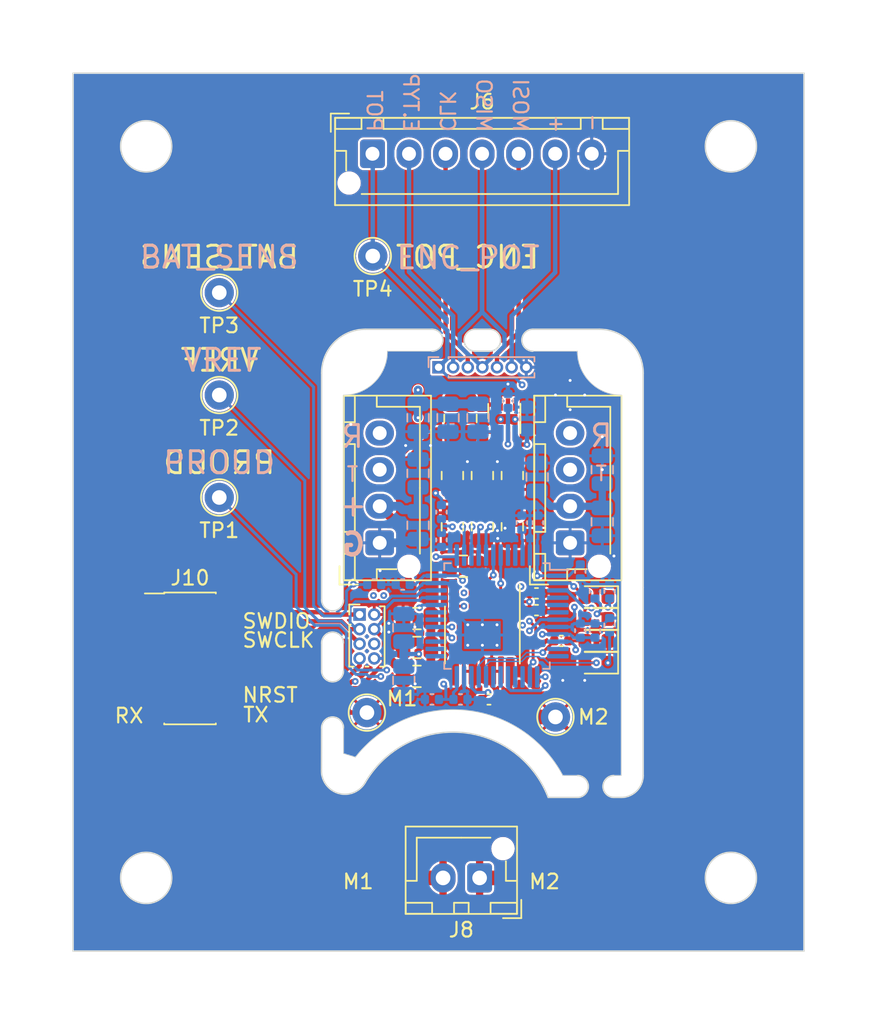
<source format=kicad_pcb>
(kicad_pcb (version 20221018) (generator pcbnew)
  (layers (0 "F.Cu" signal) (1 "In1.Cu" signal) (2 "In2.Cu" signal) (31 "B.Cu" signal) (34 "B.Paste" user) (35 "F.Paste" user) (36 "B.SilkS" user "B.Silkscreen") (37 "F.SilkS" user "F.Silkscreen") (38 "B.Mask" user) (39 "F.Mask" user) (44 "Edge.Cuts" user))
  (net 0 "")
  (net 1 "VDD")
  (net 2 "/CPU/MEŘENÍ-NAPÁJENÍ")
  (net 3 "GND")
  (net 4 "VCC")
  (net 5 "Net-(U1-VCC)")
  (net 6 "Net-(C11-Pad1)")
  (net 7 "Net-(C13-Pad1)")
  (net 8 "Net-(U1-LX)")
  (net 26 "/CPU/RX-1")
  (net 27 "/CPU/TX-1")
  (net 28 "/CPU/SWDIO")
  (net 29 "/CPU/SWCLK")
  (net 32 "Net-(J8-Pin_1)")
  (net 33 "Net-(J8-Pin_2)")
  (net 39 "Net-(D1-K)")
  (net 40 "Net-(D2-K)")
  (net 41 "Net-(D4-A)")
  (net 42 "/CPU/DRV.IN1")
  (net 43 "/CPU/DRV.IN2")
  (net 44 "/CPU/DRV.PROUD")
  (net 45 "/CPU/LED.R")
  (net 46 "/CPU/LED.G")
  (net 47 "/CPU/LED.B")
  (net 48 "/CPU/UART.TX")
  (net 49 "/CPU/UART.RX")
  (net 50 "/CPU/ENC.POT")
  (net 51 "/CPU/ENC.ENC-TYP-DET")
  (net 52 "/CPU/ENC.CLK")
  (net 53 "/CPU/ENC.MISO")
  (net 54 "/CPU/ENC.MOSI")
  (net 55 "/CPU/LED.Y")
  (net 56 "/CPU/DRV.VREF")
  (net 57 "/CPU/NRST")
  (net 58 "Net-(D3-K)")
  (footprint "Connector_PinHeader_1.00mm:PinHeader_2x04_P1.00mm_Vertical" (layer "F.Cu") (at 144.6 102)
    (fp_text reference "J9" hide)
    (fp_text value "Conn_01x08")
  )
  (footprint "Connector_Pin:Pin_D1.0mm_L10.0mm" (layer "F.Cu") (at 158 109)
    (fp_text reference "M2")
    (fp_text value "Conn_01x01")
  )
  (footprint "Capacitor_SMD:C_0805_2012Metric" (layer "F.Cu") (at 148.525 104.25 180)
    (fp_text reference "C23" hide)
    (fp_text value "2u2")
  )
  (footprint "Connector_Pin:Pin_D1.0mm_L10.0mm" (layer "F.Cu") (at 135 80)
    (fp_text reference "TP3")
    (fp_text value "Conn_01x01")
  )
  (footprint "Connector_Pin:Pin_D1.0mm_L10.0mm" (layer "F.Cu") (at 145.5 77.5)
    (fp_text reference "TP4")
    (fp_text value "Conn_01x01")
  )
  (footprint "LED_SMD:LED_0603_1608Metric" (layer "F.Cu") (at 160.8 100.8 180)
    (fp_text reference "D1" hide)
    (fp_text value "LED-R")
  )
  (footprint "Connector_Pin:Pin_D1.0mm_L10.0mm" (layer "F.Cu") (at 145.1 108.7)
    (fp_text reference "M1")
    (fp_text value "Conn_01x01")
  )
  (footprint "Capacitor_SMD:C_0805_2012Metric" (layer "F.Cu") (at 150.95 92.5 90)
    (fp_text reference "C14" hide)
    (fp_text value "2u2")
  )
  (footprint "Package_SO:SOIC-8-1EP_3.9x4.9mm_P1.27mm_EP2.62x3.51mm_ThermalVias" (layer "F.Cu") (at 153 103.4 -90)
    (fp_text reference "U3" hide)
    (fp_text value "DRV8251ADDAR")
  )
  (footprint "Connector_JST:JST_XH_B4B-XH-AM_1x04_P2.50mm_Vertical" (layer "F.Cu") (at 145.975 97.1 90)
    (fp_text reference "J2" hide)
    (fp_text value "Conn_01x04")
  )
  (footprint "Connector_PinHeader_1.27mm:PinHeader_2x07_P1.27mm_Vertical_SMD" (layer "F.Cu") (at 133 105)
    (fp_text reference "J10")
    (fp_text value "Conn_02x07_Odd_Even")
  )
  (footprint "Capacitor_SMD:C_0805_2012Metric" (layer "F.Cu") (at 151.7 98.7)
    (fp_text reference "C25" hide)
    (fp_text value "2u2")
  )
  (footprint "Capacitor_SMD:C_0805_2012Metric" (layer "F.Cu") (at 153 92.5 90)
    (fp_text reference "C16" hide)
    (fp_text value "2u2")
  )
  (footprint "Capacitor_SMD:C_0805_2012Metric" (layer "F.Cu") (at 148.525 102.275 180)
    (fp_text reference "C22" hide)
    (fp_text value "2u2")
  )
  (footprint "Capacitor_SMD:C_0402_1005Metric" (layer "F.Cu") (at 158.4 103.8)
    (fp_text reference "R6" hide)
    (fp_text value "1k")
  )
  (footprint "Capacitor_SMD:C_0805_2012Metric" (layer "F.Cu") (at 155.05 92.5 90)
    (fp_text reference "C17" hide)
    (fp_text value "2u2")
  )
  (footprint "Capacitor_SMD:C_0402_1005Metric" (layer "F.Cu") (at 156.7 100.55)
    (fp_text reference "R7" hide)
    (fp_text value "1k")
  )
  (footprint "Capacitor_SMD:C_0805_2012Metric" (layer "F.Cu") (at 150.95 96 -90)
    (fp_text reference "C18" hide)
    (fp_text value "2u2")
  )
  (footprint "Inductor_SMD:L_1008_2520Metric" (layer "F.Cu") (at 151.5 88.6 -90)
    (fp_text reference "L1" hide)
    (fp_text value "33u")
  )
  (footprint "Connector_JST:JST_XH_B4B-XH-AM_1x04_P2.50mm_Vertical" (layer "F.Cu") (at 159 97.1 90)
    (fp_text reference "J1" hide)
    (fp_text value "Conn_01x04" hide)
  )
  (footprint "Connector_Pin:Pin_D1.0mm_L10.0mm" (layer "F.Cu") (at 135 94)
    (fp_text reference "TP1")
    (fp_text value "Conn_01x01")
  )
  (footprint "LED_SMD:LED_0603_1608Metric" (layer "F.Cu") (at 160.8 103.8 180)
    (fp_text reference "D4" hide)
    (fp_text value "LED-Y" hide)
  )
  (footprint "Capacitor_SMD:C_0805_2012Metric" (layer "F.Cu") (at 148.525 106.225 180)
    (fp_text reference "C24" hide)
    (fp_text value "2u2")
  )
  (footprint "Package_DFN_QFN:DFN-8_2x2mm_P0.5mm" (layer "F.Cu") (at 154.5 88.6 90)
    (fp_text reference "U1" hide)
    (fp_text value "MAX15062A")
  )
  (footprint "Capacitor_SMD:C_0402_1005Metric" (layer "F.Cu") (at 156.7 101.7)
    (fp_text reference "C15" hide)
    (fp_text value "10n")
  )
  (footprint "LED_SMD:LED_0603_1608Metric" (layer "F.Cu") (at 160.8 102.3 180)
    (fp_text reference "D3" hide)
    (fp_text value "LED-B")
  )
  (footprint "LED_SMD:LED_0603_1608Metric" (layer "F.Cu") (at 160.8 105.3 180)
    (fp_text reference "D2" hide)
    (fp_text value "LED-G" hide)
  )
  (footprint "Capacitor_SMD:C_0402_1005Metric" (layer "F.Cu") (at 153.45 107.8)
    (fp_text reference "C11" hide)
    (fp_text value "2u2")
  )
  (footprint "Capacitor_SMD:C_0805_2012Metric" (layer "F.Cu") (at 155.05 96 -90)
    (fp_text reference "C20" hide)
    (fp_text value "2u2")
  )
  (footprint "Connector_Pin:Pin_D1.0mm_L10.0mm" (layer "F.Cu") (at 135 87)
    (fp_text reference "TP2")
    (fp_text value "Conn_01x01")
  )
  (footprint "Connector_JST:JST_XH_B2B-XH-AM_1x02_P2.50mm_Vertical" (layer "F.Cu") (at 152.81 120 180)
    (fp_text reference "J8")
    (fp_text value "Conn_01x02")
  )
  (footprint "Connector_JST:JST_XH_B7B-XH-AM_1x07_P2.50mm_Vertical" (layer "F.Cu") (at 145.48 70.51)
    (fp_text reference "J6")
    (fp_text value "Conn_01x07")
  )
  (footprint "Capacitor_SMD:C_0805_2012Metric" (layer "F.Cu") (at 153 96 -90)
    (fp_text reference "C19" hide)
    (fp_text value "2u2")
  )
  (footprint "Capacitor_SMD:C_0805_2012Metric" (layer "B.Cu") (at 156.75 92.6 90)
    (fp_text reference "C31" hide)
    (fp_text value "2u2")
  )
  (footprint "Capacitor_SMD:C_0402_1005Metric" (layer "B.Cu") (at 156.8 95.72 90)
    (fp_text reference "C9" hide)
    (fp_text value "100n")
  )
  (footprint "Capacitor_SMD:C_0805_2012Metric" (layer "B.Cu") (at 148.6 92.35 90)
    (fp_text reference "C29" hide)
    (fp_text value "2u2")
  )
  (footprint "Capacitor_SMD:C_0402_1005Metric" (layer "B.Cu") (at 151.5 107.8)
    (fp_text reference "C8" hide)
    (fp_text value "100n")
  )
  (footprint "Capacitor_SMD:C_0402_1005Metric" (layer "B.Cu") (at 150.2 96.9 90)
    (fp_text reference "R2" hide)
    (fp_text value "10k" hide)
  )
  (footprint "Capacitor_SMD:C_0805_2012Metric" (layer "B.Cu") (at 148.6 88.55 -90)
    (fp_text reference "C30" hide)
    (fp_text value "2u2")
  )
  (footprint "Capacitor_SMD:C_0402_1005Metric" (layer "B.Cu") (at 149.55 107.8 180)
    (fp_text reference "C5" hide)
    (fp_text value "4u7")
  )
  (footprint "Capacitor_SMD:C_0603_1608Metric" (layer "B.Cu") (at 156.05 88.6 90)
    (fp_text reference "C4" hide)
    (fp_text value "10u")
  )
  (footprint "Capacitor_SMD:C_0402_1005Metric" (layer "B.Cu") (at 160.7 103.1 90)
    (fp_text reference "C12" hide)
    (fp_text value "1u")
  )
  (footprint "Capacitor_SMD:C_0805_2012Metric" (layer "B.Cu") (at 161.2 92.1 90)
    (fp_text reference "C32" hide)
    (fp_text value "2u2")
  )
  (footprint "Package_QFP:LQFP-48_7x7mm_P0.5mm" (layer "B.Cu") (at 154 102.1 180)
    (fp_text reference "U2" hide)
    (fp_text value "STM32H503CBT6")
  )
  (footprint "Connector_PinHeader_1.00mm:PinHeader_1x07_P1.00mm_Vertical" (layer "B.Cu") (at 150 85.1 -90)
    (fp_text reference "J7" hide)
    (fp_text value "Conn_01x07")
  )
  (footprint "Capacitor_SMD:C_0805_2012Metric" (layer "B.Cu") (at 161.2 95.6625 -90)
    (fp_text reference "C2" hide)
    (fp_text value "2u2")
  )
  (footprint "Capacitor_SMD:C_0805_2012Metric" (layer "B.Cu") (at 147.625 102.9 90)
    (fp_text reference "C27" hide)
    (fp_text value "2u2")
  )
  (footprint "Capacitor_SMD:C_0402_1005Metric" (layer "B.Cu") (at 161.7 100.42 90)
    (fp_text reference "R3" hide)
    (fp_text value "1k")
  )
  (footprint "Capacitor_SMD:C_0402_1005Metric" (layer "B.Cu") (at 147.55 99.95 180)
    (fp_text reference "C6" hide)
    (fp_text value "100n")
  )
  (footprint "Capacitor_SMD:C_0805_2012Metric" (layer "B.Cu") (at 152.7 88.55 -90)
    (fp_text reference "C34" hide)
    (fp_text value "2u2")
  )
  (footprint "Capacitor_SMD:C_0402_1005Metric" (layer "B.Cu") (at 155.7 95.72 90)
    (fp_text reference "C13" hide)
    (fp_text value "2u2")
  )
  (footprint "Capacitor_SMD:C_0402_1005Metric" (layer "B.Cu") (at 161.7 102.72 90)
    (fp_text reference "R4" hide)
    (fp_text value "1k")
  )
  (footprint "Capacitor_SMD:C_0402_1005Metric" (layer "B.Cu") (at 154.75 87.4 90)
    (fp_text reference "C3" hide)
    (fp_text value "1u")
  )
  (footprint "Capacitor_SMD:C_0402_1005Metric" (layer "B.Cu") (at 145.6 99.95)
    (fp_text reference "C1" hide)
    (fp_text value "1u" hide)
  )
  (footprint "Capacitor_SMD:C_0402_1005Metric" (layer "B.Cu") (at 159.7 103.1 90)
    (fp_text reference "C10" hide)
    (fp_text value "100n")
  )
  (footprint "Capacitor_SMD:C_0402_1005Metric" (layer "B.Cu") (at 159.7 99.05 -90)
    (fp_text reference "C7" hide)
    (fp_text value "100n")
  )
  (footprint "Capacitor_SMD:C_0805_2012Metric" (layer "B.Cu") (at 147.625 106.5 -90)
    (fp_text reference "C26" hide)
    (fp_text value "2u2")
  )
  (footprint "Capacitor_SMD:C_0402_1005Metric" (layer "B.Cu") (at 150.2 95 -90)
    (fp_text reference "R1" hide)
    (fp_text value "100k" hide)
  )
  (footprint "Capacitor_SMD:C_0805_2012Metric" (layer "B.Cu") (at 150.65 88.55 -90)
    (fp_text reference "C33" hide)
    (fp_text value "2u2")
  )
  (footprint "Capacitor_SMD:C_0402_1005Metric" (layer "B.Cu") (at 160.7 100.425 90)
    (fp_text reference "R5" hide)
    (fp_text value "1k")
  )
  (footprint "Capacitor_SMD:C_0805_2012Metric" (layer "B.Cu") (at 148.6 95.9 -90)
    (fp_text reference "C28" hide)
    (fp_text value "2u2")
  )
  (gr_line (start 168.71 97.145) (end 169.32 96.405) (stroke (width 0.15)) (layer "F.Cu"))
  (gr_line (start 170.32 107.905) (end 169.32 107.905) (stroke (width 0.2)) (layer "F.Cu"))
  (gr_line (start 169.32 102.405) (end 167.32 102.905) (stroke (width 0.2)) (layer "F.Cu"))
  (gr_line (start 168.9 94.875) (end 168.41 94.265) (stroke (width 0.15)) (layer "F.Cu"))
  (gr_line (start 168.41 94.265) (end 168.31 95.085) (stroke (width 0.15)) (layer "F.Cu"))
  (gr_line (start 172.82 104.905) (end 170.32 104.405) (stroke (width 0.2)) (layer "F.Cu"))
  (gr_line (start 167.32 102.905) (end 169.32 100.905) (stroke (width 0.2)) (layer "F.Cu"))
  (gr_line (start 167.82 101.405) (end 169.82 98.405) (stroke (width 0.2)) (layer "F.Cu"))
  (gr_line (start 170.7 107.9) (end 171.8 107.9) (stroke (width 0.2)) (layer "F.Cu"))
  (gr_line (start 170.32 100.905) (end 172.32 102.905) (stroke (width 0.2)) (layer "F.Cu"))
  (gr_line (start 170.7 106.6) (end 172 106.6) (stroke (width 0.2)) (layer "F.Cu"))
  (gr_rect (start 167.26 106.085) (end 169 107.915) (stroke (width 0.2)) (fill none) (layer "F.Cu"))
  (gr_line (start 172 106.6) (end 172 107.4) (stroke (width 0.2)) (layer "F.Cu"))
  (gr_line (start 169.32 104.405) (end 166.82 104.905) (stroke (width 0.2)) (layer "F.Cu"))
  (gr_line (start 169.58 94.325) (end 169.71 95.415) (stroke (width 0.15)) (layer "F.Cu"))
  (gr_line (start 168.9 94.875) (end 169.58 94.325) (stroke (width 0.15)) (layer "F.Cu"))
  (gr_arc (start 169.32 96.405) (mid 170.522074 96.769134) (end 171.32 97.739123) (stroke (width 0.15)) (layer "F.Cu"))
  (gr_line (start 168.31 95.085) (end 167.57 95.195) (stroke (width 0.15)) (layer "F.Cu"))
  (gr_line (start 172.07 97.405) (end 171.82 96.655) (stroke (width 0.15)) (layer "F.Cu"))
  (gr_line (start 171.82 101.405) (end 170.32 100.905) (stroke (width 0.2)) (layer "F.Cu"))
  (gr_line (start 169.82 98.405) (end 171.82 101.405) (stroke (width 0.2)) (layer "F.Cu"))
  (gr_line (start 172.32 102.905) (end 170.32 102.405) (stroke (width 0.2)) (layer "F.Cu"))
  (gr_line (start 170.32 102.405) (end 172.82 104.905) (stroke (width 0.2)) (layer "F.Cu"))
  (gr_line (start 168.59 96.265) (end 168.71 97.145) (stroke (width 0.15)) (layer "F.Cu"))
  (gr_line (start 166.82 104.905) (end 169.32 102.405) (stroke (width 0.2)) (layer "F.Cu"))
  (gr_rect (start 171.8 107.4) (end 172.4 107.9) (stroke (width 0.2)) (fill none) (layer "F.Cu"))
  (gr_line (start 171.32 96.905) (end 172.07 97.405) (stroke (width 0.15)) (layer "F.Cu"))
  (gr_line (start 168.18 95.735) (end 167.72 96.325) (stroke (width 0.15)) (layer "F.Cu"))
  (gr_line (start 169.32 100.905) (end 167.82 101.405) (stroke (width 0.2)) (layer "F.Cu"))
  (gr_line (start 170.7 107.9) (end 170.7 106.6) (stroke (width 0.2)) (layer "F.Cu"))
  (gr_line (start 171.32 97.739123) (end 171.32 96.905) (stroke (width 0.15)) (layer "F.Cu"))
  (gr_line (start 170.32 104.405) (end 170.32 107.905) (stroke (width 0.2)) (layer "F.Cu"))
  (gr_line (start 171.82 96.655) (end 172.819999 97.277277) (stroke (width 0.15)) (layer "F.Cu"))
  (gr_line (start 167.57 95.195) (end 168.18 95.735) (stroke (width 0.15)) (layer "F.Cu"))
  (gr_arc (start 169.71 95.415001) (mid 171.507685 95.938554) (end 172.812292 97.281614) (stroke (width 0.15)) (layer "F.Cu"))
  (gr_line (start 167.72 96.325) (end 168.59 96.265) (stroke (width 0.15)) (layer "F.Cu"))
  (gr_line (start 169.32 107.905) (end 169.32 104.405) (stroke (width 0.2)) (layer "F.Cu"))
  (gr_rect (start 125 65) (end 175 125) (stroke (width 0.1)) (fill none) (layer "Edge.Cuts"))
  (gr_arc (start 144.316295 111.748518) (mid 151.747085 108.532897) (end 158.499999 113.000001) (stroke (width 0.05)) (layer "Edge.Cuts"))
  (gr_line (start 143.5 103.95) (end 143.5 105.85) (stroke (width 0.05)) (layer "Edge.Cuts"))
  (gr_line (start 149.55 82.5) (end 145 82.5) (stroke (width 0.1)) (layer "Edge.Cuts"))
  (gr_line (start 152.5 82.5) (end 153.5 82.5) (stroke (width 0.1)) (layer "Edge.Cuts"))
  (gr_arc (start 152.5 84) (mid 151.75 83.25) (end 152.5 82.5) (stroke (width 0.1)) (layer "Edge.Cuts"))
  (gr_line (start 162.5 87) (end 162.5 113) (stroke (width 0.05)) (layer "Edge.Cuts"))
  (gr_arc (start 162 114.5) (mid 161.25 113.75) (end 162 113) (stroke (width 0.1)) (layer "Edge.Cuts"))
  (gr_line (start 142 109.75) (end 141.990275 112.623102) (stroke (width 0.1)) (layer "Edge.Cuts"))
  (gr_arc (start 142 85.5) (mid 142.87868 83.37868) (end 145 82.5) (stroke (width 0.1)) (layer "Edge.Cuts"))
  (gr_arc (start 156.45 84) (mid 155.7 83.25) (end 156.45 82.5) (stroke (width 0.1)) (layer "Edge.Cuts"))
  (gr_line (start 156.45 84) (end 159.5 84) (stroke (width 0.05)) (layer "Edge.Cuts"))
  (gr_line (start 143.5 109.75) (end 143.5 111.5) (stroke (width 0.05)) (layer "Edge.Cuts"))
  (gr_circle (center 170 70) (end 171.75 70) (stroke (width 0.1)) (fill none) (layer "Edge.Cuts"))
  (gr_arc (start 149.55 82.5) (mid 150.3 83.25) (end 149.55 84) (stroke (width 0.1)) (layer "Edge.Cuts"))
  (gr_arc (start 142 109.75) (mid 142.75 109) (end 143.5 109.75) (stroke (width 0.1)) (layer "Edge.Cuts"))
  (gr_arc (start 143.5 101) (mid 142.75 101.75) (end 142 101) (stroke (width 0.1)) (layer "Edge.Cuts"))
  (gr_arc (start 144.984476 113.490945) (mid 143.150195 114.220312) (end 141.990275 112.623102) (stroke (width 0.1)) (layer "Edge.Cuts"))
  (gr_line (start 164 113) (end 164 100.15) (stroke (width 0.1)) (layer "Edge.Cuts"))
  (gr_arc (start 159.5 113) (mid 160.25 113.75) (end 159.5 114.5) (stroke (width 0.1)) (layer "Edge.Cuts"))
  (gr_line (start 161 82.5) (end 156.45 82.5) (stroke (width 0.1)) (layer "Edge.Cuts"))
  (gr_circle (center 130 120) (end 131.75 120) (stroke (width 0.1)) (fill none) (layer "Edge.Cuts"))
  (gr_arc (start 161 82.5) (mid 163.12132 83.37868) (end 164 85.5) (stroke (width 0.1)) (layer "Edge.Cuts"))
  (gr_line (start 146.5 84) (end 149.55 84) (stroke (width 0.05)) (layer "Edge.Cuts"))
  (gr_line (start 159.5 113) (end 158.5 113) (stroke (width 0.05)) (layer "Edge.Cuts"))
  (gr_line (start 142 103.95) (end 142 105.85) (stroke (width 0.1)) (layer "Edge.Cuts"))
  (gr_line (start 164 100.15) (end 164 85.5) (stroke (width 0.1)) (layer "Edge.Cuts"))
  (gr_line (start 152.5 84) (end 153.5 84) (stroke (width 0.1)) (layer "Edge.Cuts"))
  (gr_circle (center 170 120) (end 171.75 120) (stroke (width 0.1)) (fill none) (layer "Edge.Cuts"))
  (gr_line (start 162.5 114.5) (end 162 114.5) (stroke (width 0.1)) (layer "Edge.Cuts"))
  (gr_line (start 143.5 111.5) (end 144.316294 111.748517) (stroke (width 0.05)) (layer "Edge.Cuts"))
  (gr_arc (start 146.5 84) (mid 145.62132 86.12132) (end 143.5 87) (stroke (width 0.05)) (layer "Edge.Cuts"))
  (gr_arc (start 153.5 82.5) (mid 154.25 83.25) (end 153.5 84) (stroke (width 0.1)) (layer "Edge.Cuts"))
  (gr_arc (start 144.984476 113.490945) (mid 151.559667 110.058331) (end 157.5 114.5) (stroke (width 0.1)) (layer "Edge.Cuts"))
  (gr_line (start 142 85.5) (end 142 101) (stroke (width 0.1)) (layer "Edge.Cuts"))
  (gr_line (start 162.5 113) (end 162 113) (stroke (width 0.05)) (layer "Edge.Cuts"))
  (gr_arc (start 142 103.95) (mid 142.75 103.2) (end 143.5 103.95) (stroke (width 0.1)) (layer "Edge.Cuts"))
  (gr_arc (start 143.5 105.85) (mid 142.75 106.6) (end 142 105.85) (stroke (width 0.1)) (layer "Edge.Cuts"))
  (gr_arc (start 164 113) (mid 163.56066 114.06066) (end 162.5 114.5) (stroke (width 0.1)) (layer "Edge.Cuts"))
  (gr_line (start 159.5 114.5) (end 157.5 114.5) (stroke (width 0.1)) (layer "Edge.Cuts"))
  (gr_circle (center 130 70) (end 131.75 70) (stroke (width 0.1)) (fill none) (layer "Edge.Cuts"))
  (gr_line (start 143.5 87) (end 143.5 101) (stroke (width 0.05)) (layer "Edge.Cuts"))
  (gr_arc (start 162.5 87) (mid 160.37868 86.12132) (end 159.5 84) (stroke (width 0.05)) (layer "Edge.Cuts"))
  (gr_text "R" (at 162.02 90.66) (layer "B.SilkS") (effects (font (size 1.5 1.5) (thickness 0.2)) (justify left bottom mirror)))
  (gr_text "T" (at 144.59 93) (layer "B.SilkS") (effects (font (size 1 1)) (justify left bottom mirror)))
  (gr_text "-" (at 160.6 69.1 -90) (layer "B.SilkS") (effects (font (size 1 1)) (justify left mirror)))
  (gr_text "VREF" (at 135.25 85.5) (layer "B.SilkS") (effects (font (size 1.5 1.5) (thickness 0.2)) (justify bottom)))
  (gr_text "+" (at 145.22 95.4) (layer "B.SilkS") (effects (font (size 1.5 1.5) (thickness 0.2)) (justify left bottom mirror)))
  (gr_text "CLK" (at 150.6 69.1 270) (layer "B.SilkS") (effects (font (size 1 1)) (justify left mirror)))
  (gr_text "PROUD" (at 135 92.5) (layer "B.SilkS") (effects (font (size 1.5 1.5) (thickness 0.2)) (justify bottom)))
  (gr_text "E.TYP" (at 148.1 69.1 270) (layer "B.SilkS") (effects (font (size 1 1)) (justify left mirror)))
  (gr_text "POT" (at 145.6 69.1 270) (layer "B.SilkS") (effects (font (size 1 1)) (justify left mirror)))
  (gr_text "G" (at 145.14 98.09) (layer "B.SilkS") (effects (font (size 1.5 1.5) (thickness 0.3) bold) (justify left bottom mirror)))
  (gr_text "R" (at 145 90.71) (layer "B.SilkS") (effects (font (size 1.5 1.5) (thickness 0.2)) (justify left bottom mirror)))
  (gr_text "T" (at 161.61 92.95) (layer "B.SilkS") (effects (font (size 1 1)) (justify left bottom mirror)))
  (gr_text "BAT_SENS" (at 135 78.45) (layer "B.SilkS") (effects (font (size 1.5 1.5) (thickness 0.2)) (justify bottom)))
  (gr_text "+" (at 158.1 69.2 -90) (layer "B.SilkS") (effects (font (size 1 1)) (justify left mirror)))
  (gr_text "MOSI" (at 155.6 69.1 270) (layer "B.SilkS") (effects (font (size 1 1)) (justify left mirror)))
  (gr_text "ENC_POT" (at 147 78.5) (layer "B.SilkS") (effects (font (size 1.5 1.5) (thickness 0.2)) (justify left bottom)))
  (gr_text "MISO" (at 153.1 69.1 270) (layer "B.SilkS") (effects (font (size 1 1)) (justify left mirror)))
  (gr_text "SWDIO" (at 136.5 102.45) (layer "F.SilkS") (effects (font (size 1 1)) (justify left)))
  (gr_text "BAT_SENS" (at 135 78.45) (layer "F.SilkS") (effects (font (size 1.5 1.5) (thickness 0.2)) (justify bottom mirror)))
  (gr_text "ENC_POT" (at 157 78.45) (layer "F.SilkS") (effects (font (size 1.5 1.5) (thickness 0.2)) (justify left bottom mirror)))
  (gr_text "PROUD" (at 135 92.5) (layer "F.SilkS") (effects (font (size 1.5 1.5) (thickness 0.2)) (justify bottom mirror)))
  (gr_text "SWCLK" (at 136.5 103.75) (layer "F.SilkS") (effects (font (size 1 1)) (justify left)))
  (gr_text "NRST" (at 136.5 107.5) (layer "F.SilkS") (effects (font (size 1 1)) (justify left)))
  (gr_text "RX" (at 127.75 109.5) (layer "F.SilkS") (effects (font (size 1 1)) (justify left bottom)))
  (gr_text "TX" (at 136.55 108.85) (layer "F.SilkS") (effects (font (size 1 1)) (justify left)))
  (gr_text "VREF" (at 135 85.5) (layer "F.SilkS") (effects (font (size 1.5 1.5) (thickness 0.2)) (justify bottom mirror)))
  (gr_text "M1" (at 144.5 120.25) (layer "F.SilkS") (effects (font (size 1 1))))
  (gr_text "M2" (at 157.25 120.25) (layer "F.SilkS") (effects (font (size 1 1))))
  (segment (start 131.05 102.46) (end 132.79 102.46) (width 0.3) (layer "F.Cu") (net 1))
  (segment (start 155.25 88.65) (end 155.25 89.55) (width 0.3) (layer "F.Cu") (net 1))
  (segment (start 151.5 89.675) (end 151.5 88.65) (width 0.3) (layer "F.Cu") (net 1))
  (segment (start 141.89 101.84) (end 142.05 102) (width 0.3) (layer "F.Cu") (net 1))
  (segment (start 132.79 102.46) (end 133.41 101.84) (width 0.3) (layer "F.Cu") (net 1))
  (segment (start 155.25 90.12) (end 155.25 89.55) (width 0.3) (layer "F.Cu") (net 1))
  (segment (start 151.5 88.65) (end 155.25 88.65) (width 0.3) (layer "F.Cu") (net 1))
  (segment (start 155.51 90.38) (end 155.25 90.12) (width 0.3) (layer "F.Cu") (net 1))
  (segment (start 142.05 102) (end 144.6 102) (width 0.3) (layer "F.Cu") (net 1))
  (segment (start 133.41 101.84) (end 141.89 101.84) (width 0.3) (layer "F.Cu") (net 1))
  (segment (start 156.05 90.38) (end 155.51 90.38) (width 0.3) (layer "F.Cu") (net 1))
  (via (at 157.1 103.35) (size 0.46) (drill 0.2) (layers "F.Cu" "B.Cu") (net 1))
  (via (at 150.35 106.75) (size 0.46) (drill 0.2) (layers "F.Cu" "B.Cu") (net 1))
  (via (at 151.645082 99.6695) (size 0.46) (drill 0.2) (layers "F.Cu" "B.Cu") (net 1))
  (via (at 155.24 88.66) (size 0.46) (drill 0.2) (layers "F.Cu" "B.Cu") (net 1))
  (via (at 156.75 99.35) (size 0.46) (drill 0.2) (layers "F.Cu" "B.Cu") (net 1))
  (via (at 156.05 90.38) (size 0.46) (drill 0.2) (layers "F.Cu" "B.Cu") (net 1))
  (via (at 154.25 88.66) (size 0.46) (drill 0.2) (layers "F.Cu" "B.Cu") (net 1))
  (segment (start 151.25 107.1) (end 151.02 107.33) (width 0.2) (layer "B.Cu") (net 1))
  (segment (start 151.02 107.33) (end 151.02 107.8) (width 0.2) (layer "B.Cu") (net 1))
  (segment (start 148.4 99.95) (end 149 99.35) (width 0.2) (layer "B.Cu") (net 1))
  (segment (start 151.25 106.2625) (end 151.25 107.1) (width 0.2) (layer "B.Cu") (net 1))
  (segment (start 155 81.6) (end 157.98 78.62) (width 0.3) (layer "B.Cu") (net 1))
  (segment (start 151.325582 99.35) (end 149.8375 99.35) (width 0.2) (layer "B.Cu") (net 1))
  (segment (start 156.75 97.9375) (end 156.75 99.35) (width 0.2) (layer "B.Cu") (net 1))
  (segment (start 150.03 107.8) (end 150.5 107.8) (width 0.2) (layer "B.Cu") (net 1))
  (segment (start 158.92 99.35) (end 159.7 98.57) (width 0.2) (layer "B.Cu") (net 1))
  (segment (start 150.5 107.8) (end 151.02 107.8) (width 0.2) (layer "B.Cu") (net 1))
  (segment (start 156.75 97.9375) (end 156.75 96.9) (width 0.2) (layer "B.Cu") (net 1))
  (segment (start 156.05 90.38) (end 156.05 89.375) (width 0.3) (layer "B.Cu") (net 1))
  (segment (start 150.5 106.9) (end 150.5 107.8) (width 0.2) (layer "B.Cu") (net 1))
  (segment (start 158.1625 103.35) (end 157.1 103.35) (width 0.2) (layer "B.Cu") (net 1))
  (segment (start 159.23 103.58) (end 159.7 103.58) (width 0.2) (layer "B.Cu") (net 1))
  (segment (start 157.98 78.62) (end 157.98 70.51) (width 0.3) (layer "B.Cu") (net 1))
  (segment (start 150.35 106.75) (end 150.5 106.9) (width 0.2) (layer "B.Cu") (net 1))
  (segment (start 160.7 103.58) (end 159.7 103.58) (width 0.2) (layer "B.Cu") (net 1))
  (segment (start 158.1625 103.35) (end 159 103.35) (width 0.2) (layer "B.Cu") (net 1))
  (segment (start 148.03 99.95) (end 148.4 99.95) (width 0.2) (layer "B.Cu") (net 1))
  (segment (start 151.645082 99.6695) (end 151.325582 99.35) (width 0.2) (layer "B.Cu") (net 1))
  (segment (start 155 85.1) (end 155 81.6) (width 0.3) (layer "B.Cu") (net 1))
  (segment (start 158.1625 99.35) (end 156.75 99.35) (width 0.2) (layer "B.Cu") (net 1))
  (segment (start 149 99.35) (end 149.8375 99.35) (width 0.2) (layer "B.Cu") (net 1))
  (segment (start 156.8 96.85) (end 156.8 96.2) (width 0.2) (layer "B.Cu") (net 1))
  (segment (start 156.75 96.9) (end 156.8 96.85) (width 0.2) (layer "B.Cu") (net 1))
  (segment (start 159 103.35) (end 159.23 103.58) (width 0.2) (layer "B.Cu") (net 1))
  (segment (start 158.1625 99.35) (end 158.92 99.35) (width 0.2) (layer "B.Cu") (net 1))
  (via (at 151.74 100.52) (size 0.46) (drill 0.2) (layers "F.Cu" "B.Cu") (net 2))
  (via (at 155.64 100.09) (size 0.46) (drill 0.2) (layers "F.Cu" "B.Cu") (net 2))
  (via (at 157.3 106.85) (size 0.46) (drill 0.2) (layers "F.Cu" "B.Cu") (net 2))
  (via (at 150.95 96) (size 0.46) (drill 0.2) (layers "F.Cu" "B.Cu") (net 2))
  (via (at 144.178368 99.921632) (size 0.46) (drill 0.2) (layers "F.Cu" "B.Cu") (net 2))
  (segment (start 144.206736 99.95) (end 145.12 99.95) (width 0.2) (layer "B.Cu") (net 2))
  (segment (start 144.178368 99.921632) (end 143.7 100.4) (width 0.2) (layer "B.Cu") (net 2))
  (segment (start 154.75 107) (end 154.95 107.2) (width 0.2) (layer "B.Cu") (net 2))
  (segment (start 143.66 101.74) (end 143.3 102.1) (width 0.2) (layer "B.Cu") (net 2))
  (segment (start 150.95 96) (end 150.9 95.95) (width 0.2) (layer "B.Cu") (net 2))
  (segment (start 143.7 100.4) (end 143.7 101.339878) (width 0.2) (layer "B.Cu") (net 2))
  (segment (start 143.66 101.379878) (end 143.66 101.74) (width 0.2) (layer "B.Cu") (net 2))
  (segment (start 141.45 86.45) (end 135 80) (width 0.2) (layer "B.Cu") (net 2))
  (segment (start 150.2 95.95) (end 150.2 95.48) (width 0.2) (layer "B.Cu") (net 2))
  (segment (start 143.3 102.1) (end 142.15 102.1) (width 0.2) (layer "B.Cu") (net 2))
  (segment (start 141.45 101.4) (end 141.45 86.45) (width 0.2) (layer "B.Cu") (net 2))
  (segment (start 144.178368 99.921632) (end 144.206736 99.95) (width 0.2) (layer "B.Cu") (net 2))
  (segment (start 150.9 95.95) (end 150.2 95.95) (width 0.2) (layer "B.Cu") (net 2))
  (segment (start 150.2 96.42) (end 150.2 95.95) (width 0.2) (layer "B.Cu") (net 2))
  (segment (start 154.75 106.2625) (end 154.75 107) (width 0.2) (layer "B.Cu") (net 2))
  (segment (start 142.15 102.1) (end 141.45 101.4) (width 0.2) (layer "B.Cu") (net 2))
  (segment (start 143.7 101.339878) (end 143.66 101.379878) (width 0.2) (layer "B.Cu") (net 2))
  (segment (start 157.3 106.858112) (end 157.3 106.85) (width 0.2) (layer "B.Cu") (net 2))
  (segment (start 154.95 107.2) (end 156.958112 107.2) (width 0.2) (layer "B.Cu") (net 2))
  (segment (start 156.958112 107.2) (end 157.3 106.858112) (width 0.2) (layer "B.Cu") (net 2))
  (segment (start 151.85 104.25) (end 150.8 104.25) (width 0.3) (layer "F.Cu") (net 3))
  (segment (start 148.3805 102.85) (end 148.3805 103.9195) (width 0.3) (layer "F.Cu") (net 3))
  (segment (start 150.4455 102.3455) (end 150.551 102.24) (width 0.3) (layer "F.Cu") (net 3))
  (segment (start 147.825 104) (end 147.575 104.25) (width 0.3) (layer "F.Cu") (net 3))
  (segment (start 153.635 105.88) (end 153.635 104.035) (width 0.2) (layer "F.Cu") (net 3))
  (segment (start 151.975 91.55) (end 153 91.55) (width 0.6) (layer "F.Cu") (net 3))
  (segment (start 154.25 86.75) (end 154.75 86.25) (width 0.2) (layer "F.Cu") (net 3))
  (segment (start 151.54 102.24) (end 152 102.7) (width 0.3) (layer "F.Cu") (net 3))
  (segment (start 148.3 104) (end 147.825 104) (width 0.3) (layer "F.Cu") (net 3))
  (segment (start 148.3805 103.9195) (end 148.3 104) (width 0.3) (layer "F.Cu") (net 3))
  (segment (start 146.725 103.325) (end 146.6 103.2) (width 0.3) (layer "F.Cu") (net 3))
  (segment (start 154.025 91.55) (end 155.05 91.55) (width 0.6) (layer "F.Cu") (net 3))
  (segment (start 150.8 104.25) (end 150.35 103.8) (width 0.3) (layer "F.Cu") (net 3))
  (segment (start 150.35 103.8) (end 150.35 102.441) (width 0.3) (layer "F.Cu") (net 3))
  (segment (start 154.25 87.65) (end 154.25 86.75) (width 0.2) (layer "F.Cu") (net 3))
  (segment (start 150.551 102.24) (end 151.54 102.24) (width 0.3) (layer "F.Cu") (net 3))
  (segment (start 153.93 107.2) (end 153.635 106.905) (width 0.2) (layer "F.Cu") (net 3))
  (segment (start 150.35 102.441) (end 150.4455 102.3455) (width 0.3) (layer "F.Cu") (net 3))
  (segment (start 153.93 107.8) (end 153.93 107.2) (width 0.2) (layer "F.Cu") (net 3))
  (segment (start 153.635 104.035) (end 153 103.4) (width 0.2) (layer "F.Cu") (net 3))
  (segment (start 147.575 104.25) (end 146.75 104.25) (width 0.3) (layer "F.Cu") (net 3))
  (segment (start 152 104.1) (end 151.85 104.25) (width 0.3) (layer "F.Cu") (net 3))
  (segment (start 153 91.55) (end 154.025 91.55) (width 0.6) (layer "F.Cu") (net 3))
  (segment (start 153.635 106.905) (end 153.635 105.88) (width 0.2) (layer "F.Cu") (net 3))
  (segment (start 146.75 104.25) (end 146.725 104.225) (width 0.3) (layer "F.Cu") (net 3))
  (segment (start 146.725 104.225) (end 146.725 103.325) (width 0.3) (layer "F.Cu") (net 3))
  (segment (start 150.95 91.55) (end 151.975 91.55) (width 0.6) (layer "F.Cu") (net 3))
  (via (at 146.6 102.6) (size 0.46) (drill 0.2) (layers "F.Cu" "B.Cu") (net 3))
  (via (at 162 98) (size 0.46) (drill 0.2) (layers "F.Cu" "B.Cu") (net 3))
  (via (at 147.75 90.45) (size 0.46) (drill 0.2) (layers "F.Cu" "B.Cu") (net 3))
  (via (at 159 86) (size 0.46) (drill 0.2) (layers "F.Cu" "B.Cu") (net 3))
  (via (at 154.55 96.1) (size 0.46) (drill 0.2) (layers "F.Cu" "B.Cu") (net 3))
  (via (at 154.75 86.25) (size 0.46) (drill 0.2) (layers "F.Cu" "B.Cu") (net 3))
  (via (at 149.45 90.45) (size 0.46) (drill 0.2) (layers "F.Cu" "B.Cu") (net 3))
  (via (at 158 87) (size 0.46) (drill 0.2) (layers "F.Cu" "B.Cu") (net 3))
  (via (at 158.5 106.5) (size 0.46) (drill 0.2) (layers "F.Cu" "B.Cu") (net 3))
  (via (at 146 99) (size 0.46) (drill 0.2) (layers "F.Cu" "B.Cu") (net 3))
  (via (at 154.025 91.55) (size 0.46) (drill 0.2) (layers "F.Cu" "B.Cu") (net 3))
  (via (at 154.05 96.8) (size 0.46) (drill 0.2) (layers "F.Cu" "B.Cu") (net 3))
  (via (at 161.2 89.85) (size 0.46) (drill 0.2) (layers "F.Cu" "B.Cu") (net 3))
  (via (at 146.6 103.2) (size 0.46) (drill 0.2) (layers "F.Cu" "B.Cu") (net 3))
  (via (at 159 88) (size 0.46) (drill 0.2) (layers "F.Cu" "B.Cu") (net 3))
  (via (at 148.3805 102.85) (size 0.46) (drill 0.2) (layers "F.Cu" "B.Cu") (net 3))
  (via (at 148.4 106.74) (size 0.46) (drill 0.2) (layers "F.Cu" "B.Cu") (net 3))
  (via (at 154.030351 96.266862) (size 0.46) (drill 0.2) (layers "F.Cu" "B.Cu") (net 3))
  (via (at 160 106.5) (size 0.46) (drill 0.2) (layers "F.Cu" "B.Cu") (net 3))
  (via (at 161.2 92.1) (size 0.46) (drill 0.2) (layers "F.Cu" "B.Cu") (net 3))
  (via (at 160 87) (size 0.46) (drill 0.2) (layers "F.Cu" "B.Cu") (net 3))
  (via (at 151.975 91.55) (size 0.46) (drill 0.2) (layers "F.Cu" "B.Cu") (net 3))
  (via (at 144 89) (size 0.46) (drill 0.2) (layers "F.Cu" "B.Cu") (net 3))
  (segment (start 151.98 107.8) (end 151.98 107.33) (width 0.2) (layer "B.Cu") (net 3))
  (segment (start 146.08 99.95) (end 146.08 99.08) (width 0.2) (layer "B.Cu") (net 3))
  (segment (start 160.155 99) (end 160.155 98.325) (width 0.09) (layer "B.Cu") (net 3))
  (segment (start 147.325 97.1) (end 147.4625 96.9625) (width 0.6) (layer "B.Cu") (net 3))
  (segment (start 156.25 95.25) (end 156.26 95.24) (width 0.2) (layer "B.Cu") (net 3))
  (segment (start 149.8375 99.85) (end 150.575 99.85) (width 0.2) (layer "B.Cu") (net 3))
  (segment (start 161.7 99.94) (end 160.705 99.94) (width 0.2) (layer "B.Cu") (net 3))
  (segment (start 147.57 100.45) (end 148.35 100.45) (width 0.2) (layer "B.Cu") (net 3))
  (segment (start 151.98 107.33) (end 151.75 107.1) (width 0.2) (layer "B.Cu") (net 3))
  (segment (start 146.08 99.08) (end 146 99) (width 0.2) (layer "B.Cu") (net 3))
  (segment (start 150.575 99.85) (end 151.3155 100.5905) (width 0.2) (layer "B.Cu") (net 3))
  (segment (start 157 102.85) (end 156.65 103.2) (width 0.2) (layer "B.Cu") (net 3))
  (segment (start 154.75 86.25) (end 154.75 86.915) (width 0.3) (layer "B.Cu") (net 3))
  (segment (start 148.6 89.8125) (end 148.6 91.2875) (width 0.6) (layer "B.Cu") (net 3))
  (segment (start 160.7 99.945) (end 160.115 99.945) (width 0.2) (layer "B.Cu") (net 3))
  (segment (start 145.975 97.1) (end 147.325 97.1) (width 0.6) (layer "B.Cu") (net 3))
  (segment (start 160.705 99.94) (end 160.7 99.945) (width 0.2) (layer "B.Cu") (net 3))
  (segment (start 155.4 82.6) (end 160.48 77.52) (width 0.3) (layer "B.Cu") (net 3))
  (segment (start 158.1625 102.85) (end 157 102.85) (width 0.2) (layer "B.Cu") (net 3))
  (segment (start 156.26 95.24) (end 156.8 95.24) (width 0.2) (layer "B.Cu") (net 3))
  (segment (start 156.24 95.24) (end 156.25 95.25) (width 0.2) (layer "B.Cu") (net 3))
  (segment (start 151.75 106.2625) (end 151.75 105.15) (width 0.2) (layer "B.Cu") (net 3))
  (segment (start 148.35 100.45) (end 148.95 99.85) (width 0.2) (layer "B.Cu") (net 3))
  (segment (start 146.29 99) (end 146 99) (width 0.2) (layer "B.Cu") (net 3))
  (segment (start 160.7 102.62) (end 161.32 102.62) (width 0.2) (layer "B.Cu") (net 3))
  (segment (start 155.7 95.24) (end 156.24 95.24) (width 0.2) (layer "B.Cu") (net 3))
  (segment (start 158.1625 102.85) (end 159.05 102.85) (width 0.2) (layer "B.Cu") (net 3))
  (segment (start 151.3155 102.0155) (end 152 102.7) (width 0.2) (layer "B.Cu") (net 3))
  (segment (start 161.32 102.62) (end 161.7 102.24) (width 0.2) (layer "B.Cu") (net 3))
  (segment (start 146.57 99.28) (end 146.29 99) (width 0.2) (layer "B.Cu") (net 3))
  (segment (start 145.6 105) (end 146.47 105) (width 0.2) (layer "B.Cu") (net 3))
  (segment (start 160.115 99.945) (end 159.7 99.53) (width 0.2) (layer "B.Cu") (net 3))
  (segment (start 159.28 102.62) (end 159.7 102.62) (width 0.2) (layer "B.Cu") (net 3))
  (segment (start 156 85.1) (end 155.4 84.5) (width 0.3) (layer "B.Cu") (net 3))
  (segment (start 146.57 99.95) (end 147.07 99.95) (width 0.2) (layer "B.Cu") (net 3))
  (segment (start 159.05 102.85) (end 159.28 102.62) (width 0.2) (layer "B.Cu") (net 3))
  (segment (start 162.29 102.24) (end 162.3 102.25) (width 0.2) (layer "B.Cu") (net 3))
  (segment (start 160.48 77.52) (end 160.48 70.51) (width 0.3) (layer "B.Cu") (net 3))
  (segment (start 159.7 102.62) (end 160.7 102.62) (width 0.2) (layer "B.Cu") (net 3))
  (segment (start 146.08 99.95) (end 146.57 99.95) (width 0.2) (layer "B.Cu") (net 3))
  (segment (start 161.7 102.24) (end 162.29 102.24) (width 0.2) (layer "B.Cu") (net 3))
  (segment (start 156.25 97.9375) (end 156.25 95.25) (width 0.2) (layer "B.Cu") (net 3))
  (segment (start 147.4625 96.9625) (end 148.6 96.9625) (width 0.6) (layer "B.Cu") (net 3))
  (segment (start 147.07 99.95) (end 147.57 100.45) (width 0.2) (layer "B.Cu") (net 3))
  (segment (start 155.4 84.5) (end 155.4 82.6) (width 0.3) (layer "B.Cu") (net 3))
  (segment (start 151.3155 100.5905) (end 151.3155 102.0155) (width 0.2) (layer "B.Cu") (net 3))
  (segment (start 146.57 99.95) (end 146.57 99.28) (width 0.2) (layer "B.Cu") (net 3))
  (segment (start 156.65 103.2) (end 156.65 103.8) (width 0.2) (layer "B.Cu") (net 3))
  (segment (start 161.2 99.545) (end 161.55 99.375) (width 0.09) (layer "B.Cu") (net 3))
  (segment (start 151.75 107.1) (end 151.75 106.2625) (width 0.2) (layer "B.Cu") (net 3))
  (segment (start 148.95 99.85) (end 149.8375 99.85) (width 0.2) (layer "B.Cu") (net 3))
  (segment (start 149.475 98.675) (end 149.125 98.325) (width 0.6) (layer "F.Cu") (net 4))
  (segment (start 148.65 104.45) (end 148.85 104.25) (width 0.3) (layer "F.Cu") (net 4))
  (segment (start 149.125 97.75) (end 145.975 94.6) (width 0.6) (layer "F.Cu") (net 4))
  (segment (start 148.65 106.025) (end 148.85 106.225) (width 0.3) (layer "F.Cu") (net 4))
  (segment (start 154.25 90.4) (end 153.75 90.4) (width 0.2) (layer "F.Cu") (net 4))
  (segment (start 150.6375 98.7) (end 149.685 98.7) (width 0.6) (layer "F.Cu") (net 4))
  (segment (start 153.75 89.55) (end 154 89.55) (width 0.3) (layer "F.Cu") (net 4))
  (segment (start 150.175 106.225) (end 149.475 106.225) (width 0.3) (layer "F.Cu") (net 4))
  (segment (start 151.095 105.88) (end 150.52 105.88) (width 0.3) (layer "F.Cu") (net 4))
  (segment (start 148.65 104.7) (end 148.65 104.45) (width 0.3) (layer "F.Cu") (net 4))
  (segment (start 149.475 104.25) (end 149.475 102.275) (width 0.6) (layer "F.Cu") (net 4))
  (segment (start 154.25 89.55) (end 154.25 90.4) (width 0.2) (layer "F.Cu") (net 4))
  (segment (start 149.475 102.275) (end 149.475 98.675) (width 0.6) (layer "F.Cu") (net 4))
  (segment (start 149.125 98.325) (end 149.125 97.75) (width 0.6) (layer "F.Cu") (net 4))
  (segment (start 149.475 106.225) (end 149.475 104.25) (width 0.6) (layer "F.Cu") (net 4))
  (segment (start 148.85 104.25) (end 149.475 104.25) (width 0.3) (layer "F.Cu") (net 4))
  (segment (start 154 89.55) (end 154.25 89.55) (width 0.3) (layer "F.Cu") (net 4))
  (segment (start 148.85 106.225) (end 149.475 106.225) (width 0.3) (layer "F.Cu") (net 4))
  (segment (start 150.52 105.88) (end 150.175 106.225) (width 0.3) (layer "F.Cu") (net 4))
  (segment (start 153.75 90.4) (end 153.75 90.6) (width 0.2) (layer "F.Cu") (net 4))
  (segment (start 153.75 89.55) (end 153.75 90.6) (width 0.2) (layer "F.Cu") (net 4))
  (segment (start 148.65 104.7) (end 148.65 106.025) (width 0.3) (layer "F.Cu") (net 4))
  (via (at 148.6 86.65) (size 0.46) (drill 0.2) (layers "F.Cu" "B.Cu") (net 4))
  (via (at 148.6 88.55) (size 0.46) (drill 0.2) (layers "F.Cu" "B.Cu") (net 4))
  (via (at 148.65 104.7) (size 0.46) (drill 0.2) (layers "F.Cu" "B.Cu") (net 4))
  (via (at 149.8 93.7) (size 0.46) (drill 0.2) (layers "F.Cu" "B.Cu") (net 4))
  (segment (start 161.2 94.6) (end 161.2 93.1625) (width 0.5) (layer "B.Cu") (net 4))
  (segment (start 150.2 94.52) (end 150.2 94.1) (width 0.2) (layer "B.Cu") (net 4))
  (segment (start 145.975 94.6) (end 147.3125 94.6) (width 0.6) (layer "B.Cu") (net 4))
  (segment (start 148.65 104.7) (end 147.625 104.7) (width 0.3) (layer "B.Cu") (net 4))
  (segment (start 148.6 88.55) (end 148.6 87.6) (width 0.6) (layer "B.Cu") (net 4))
  (segment (start 148.6 87.6) (end 148.6 86.65) (width 0.6) (layer "B.Cu") (net 4))
  (segment (start 147.625 104.7) (end 147.625 103.85) (width 0.6) (layer "B.Cu") (net 4))
  (segment (start 150.2 94.1) (end 149.8 93.7) (width 0.2) (layer "B.Cu") (net 4))
  (segment (start 161.2 94.6) (end 159 94.6) (width 0.5) (layer "B.Cu") (net 4))
  (segment (start 148.6 87.6) (end 150.65 87.6) (width 0.6) (layer "B.Cu") (net 4))
  (segment (start 150.65 87.6) (end 152.7 87.6) (width 0.6) (layer "B.Cu") (net 4))
  (segment (start 148.6 94.8375) (end 148.6 93.4125) (width 0.6) (layer "B.Cu") (net 4))
  (segment (start 147.625 105.55) (end 147.625 104.7) (width 0.6) (layer "B.Cu") (net 4))
  (segment (start 147.55 94.8375) (end 148.6 94.8375) (width 0.6) (layer "B.Cu") (net 4))
  (segment (start 159 94.6) (end 157.6875 94.6) (width 0.5) (layer "B.Cu") (net 4))
  (segment (start 157.6875 94.6) (end 156.75 93.6625) (width 0.5) (layer "B.Cu") (net 4))
  (segment (start 147.3125 94.6) (end 147.55 94.8375) (width 0.6) (layer "B.Cu") (net 4))
  (segment (start 154.75 89.55) (end 154.75 90.35) (width 0.3) (layer "F.Cu") (net 5))
  (via (at 154.75 90.35) (size 0.46) (drill 0.2) (layers "F.Cu" "B.Cu") (net 5))
  (segment (start 154.75 90.35) (end 154.75 87.885) (width 0.3) (layer "B.Cu") (net 5))
  (segment (start 153.385274 107.323941) (end 153.385274 107.384726) (width 0.2) (layer "F.Cu") (net 6))
  (segment (start 153.385274 107.384726) (end 152.97 107.8) (width 0.2) (layer "F.Cu") (net 6))
  (via (at 153.385274 107.323941) (size 0.46) (drill 0.2) (layers "F.Cu" "B.Cu") (net 6))
  (segment (start 152.573941 107.323941) (end 152.25 107) (width 0.2) (layer "B.Cu") (net 6))
  (segment (start 153.385274 107.323941) (end 152.573941 107.323941) (width 0.2) (layer "B.Cu") (net 6))
  (segment (start 152.25 107) (end 152.25 106.2625) (width 0.2) (layer "B.Cu") (net 6))
  (segment (start 155.7 96.2) (end 155.7 96.85) (width 0.2) (layer "B.Cu") (net 7))
  (segment (start 155.7 96.85) (end 155.75 96.9) (width 0.2) (layer "B.Cu") (net 7))
  (segment (start 155.75 96.9) (end 155.75 97.9375) (width 0.2) (layer "B.Cu") (net 7))
  (segment (start 143.378456 107.27) (end 141.055686 107.27) (width 0.3) (layer "F.Cu") (net 26))
  (segment (start 132.88 108.81) (end 131.05 108.81) (width 0.3) (layer "F.Cu") (net 26))
  (segment (start 133.5 108.19) (end 132.88 108.81) (width 0.3) (layer "F.Cu") (net 26))
  (segment (start 144.299939 106.569138) (end 144.079318 106.569138) (width 0.3) (layer "F.Cu") (net 26))
  (segment (start 140.135686 108.19) (end 133.5 108.19) (width 0.3) (layer "F.Cu") (net 26))
  (segment (start 144.079318 106.569138) (end 143.378456 107.27) (width 0.3) (layer "F.Cu") (net 26))
  (segment (start 141.055686 107.27) (end 140.135686 108.19) (width 0.3) (layer "F.Cu") (net 26))
  (via (at 144.299939 106.569138) (size 0.46) (drill 0.2) (layers "F.Cu" "B.Cu") (net 26))
  (via (at 148.69 101.53975) (size 0.46) (drill 0.2) (layers "F.Cu" "B.Cu") (net 26))
  (segment (start 148.69 101.53975) (end 148.87975 101.35) (width 0.2) (layer "B.Cu") (net 26))
  (segment (start 148.87975 101.35) (end 149.8375 101.35) (width 0.2) (layer "B.Cu") (net 26))
  (segment (start 146.265 105.320452) (end 144.546314 107.039138) (width 0.3) (layer "F.Cu") (net 27))
  (segment (start 144.160862 107.039138) (end 143.539999 107.66) (width 0.3) (layer "F.Cu") (net 27))
  (segment (start 144.546314 107.039138) (end 144.160862 107.039138) (width 0.3) (layer "F.Cu") (net 27))
  (segment (start 141.231372 107.66) (end 140.081372 108.81) (width 0.3) (layer "F.Cu") (net 27))
  (segment (start 140.081372 108.81) (end 134.95 108.81) (width 0.3) (layer "F.Cu") (net 27))
  (segment (start 146.265 103.665) (end 146.265 105.320452) (width 0.3) (layer "F.Cu") (net 27))
  (segment (start 143.539999 107.66) (end 141.231372 107.66) (width 0.3) (layer "F.Cu") (net 27))
  (segment (start 145.6 103) (end 146.265 103.665) (width 0.3) (layer "F.Cu") (net 27))
  (segment (start 148.869238 100.85) (end 149.8375 100.85) (width 0.2) (layer "B.Cu") (net 27))
  (segment (start 145.6 103) (end 146.3 102.3) (width 0.2) (layer "B.Cu") (net 27))
  (segment (start 146.3 102.3) (end 146.3 101.654092) (width 0.2) (layer "B.Cu") (net 27))
  (segment (start 148.689238 101.03) (end 148.869238 100.85) (width 0.2) (layer "B.Cu") (net 27))
  (segment (start 146.924092 101.03) (end 148.689238 101.03) (width 0.2) (layer "B.Cu") (net 27))
  (segment (start 146.3 101.654092) (end 146.924092 101.03) (width 0.2) (layer "B.Cu") (net 27))
  (segment (start 143.36 102.46) (end 143.9 103) (width 0.3) (layer "F.Cu") (net 28))
  (segment (start 143.9 103) (end 144.6 103) (width 0.3) (layer "F.Cu") (net 28))
  (segment (start 134.95 102.46) (end 143.36 102.46) (width 0.3) (layer "F.Cu") (net 28))
  (segment (start 146.42372 101.12025) (end 146.80397 100.74) (width 0.2) (layer "B.Cu") (net 28))
  (segment (start 148.874264 100.35) (end 149.8375 100.35) (width 0.2) (layer "B.Cu") (net 28))
  (segment (start 148.484264 100.74) (end 148.874264 100.35) (width 0.2) (layer "B.Cu") (net 28))
  (segment (start 146.80397 100.74) (end 148.484264 100.74) (width 0.2) (layer "B.Cu") (net 28))
  (segment (start 144.6 103) (end 144.4 103) (width 0.2) (layer "B.Cu") (net 28))
  (segment (start 144.4 103) (end 143.95 102.55) (width 0.2) (layer "B.Cu") (net 28))
  (segment (start 143.95 102.55) (end 143.95 101.5) (width 0.2) (layer "B.Cu") (net 28))
  (segment (start 144.32975 101.12025) (end 146.42372 101.12025) (width 0.2) (layer "B.Cu") (net 28))
  (segment (start 143.95 101.5) (end 144.32975 101.12025) (width 0.2) (layer "B.Cu") (net 28))
  (segment (start 142 102.9) (end 141.17 103.73) (width 0.3) (layer "F.Cu") (net 29))
  (segment (start 141.17 103.73) (end 134.95 103.73) (width 0.3) (layer "F.Cu") (net 29))
  (segment (start 144.6 104) (end 143.99 103.39) (width 0.3) (layer "F.Cu") (net 29))
  (segment (start 143.99 103.39) (end 143.738456 103.39) (width 0.3) (layer "F.Cu") (net 29))
  (segment (start 143.248456 102.9) (end 142 102.9) (width 0.3) (layer "F.Cu") (net 29))
  (segment (start 143.738456 103.39) (end 143.248456 102.9) (width 0.3) (layer "F.Cu") (net 29))
  (via (at 149.825 98.05) (size 0.46) (drill 0.2) (layers "F.Cu" "B.Cu") (net 29))
  (segment (start 151.1375 98.05) (end 151.25 97.9375) (width 0.2) (layer "B.Cu") (net 29))
  (segment (start 149.825 98.05) (end 151.1375 98.05) (width 0.2) (layer "B.Cu") (net 29))
  (segment (start 160.75 114.4) (end 160.75 113.4) (width 0.8) (layer "F.Cu") (net 32))
  (segment (start 160.75 114.4) (end 160.75 115.05) (width 1) (layer "F.Cu") (net 32))
  (segment (start 160.75 111.75) (end 158 109) (width 0.3) (layer "F.Cu") (net 32))
  (segment (start 156.2 109) (end 154.9 107.7) (width 1) (layer "F.Cu") (net 32))
  (segment (start 160.75 115.05) (end 155.8 120) (width 1) (layer "F.Cu") (net 32))
  (segment (start 160.75 113.4) (end 160.75 111.75) (width 0.3) (layer "F.Cu") (net 32))
  (segment (start 158 109) (end 156.2 109) (width 1) (layer "F.Cu") (net 32))
  (segment (start 154.9 107.7) (end 154.905 107.695) (width 0.3) (layer "F.Cu") (net 32))
  (segment (start 155.8 120) (end 152.81 120) (width 1) (layer "F.Cu") (net 32))
  (segment (start 154.905 107.695) (end 154.905 105.88) (width 0.3) (layer "F.Cu") (net 32))
  (segment (start 147.3 107.7) (end 152.04 107.7) (width 1) (layer "F.Cu") (net 33))
  (segment (start 146.3 108.7) (end 147.3 107.7) (width 1) (layer "F.Cu") (net 33))
  (segment (start 143.7 108.4) (end 144 108.7) (width 0.3) (layer "F.Cu") (net 33))
  (segment (start 142.6 108.4) (end 143.7 108.4) (width 0.3) (layer "F.Cu") (net 33))
  (segment (start 142.6 108.4) (end 142.05 108.4) (width 1) (layer "F.Cu") (net 33))
  (segment (start 141 114.5) (end 146.5 120) (width 1) (layer "F.Cu") (net 33))
  (segment (start 144 108.7) (end 145.1 108.7) (width 0.3) (layer "F.Cu") (net 33))
  (segment (start 146.5 120) (end 150.31 120) (width 1) (layer "F.Cu") (net 33))
  (segment (start 142.05 108.4) (end 141 109.45) (width 1) (layer "F.Cu") (net 33))
  (segment (start 141 109.45) (end 141 114.5) (width 1) (layer "F.Cu") (net 33))
  (segment (start 152.365 107.375) (end 152.04 107.7) (width 0.3) (layer "F.Cu") (net 33))
  (segment (start 152.365 105.88) (end 152.365 107.375) (width 0.3) (layer "F.Cu") (net 33))
  (segment (start 145.1 108.7) (end 146.3 108.7) (width 1) (layer "F.Cu") (net 33))
  (segment (start 161.5875 100.8) (end 161.5875 101.5) (width 0.2) (layer "F.Cu") (net 39))
  (via (at 161.5875 101.5) (size 0.46) (drill 0.2) (layers "F.Cu" "B.Cu") (net 39))
  (segment (start 161.7 101.3875) (end 161.5875 101.5) (width 0.2) (layer "B.Cu") (net 39))
  (segment (start 161.7 100.9) (end 161.7 101.3875) (width 0.2) (layer "B.Cu") (net 39))
  (via (at 161.5875 105.3) (size 0.46) (drill 0.2) (layers "F.Cu" "B.Cu") (net 40))
  (segment (start 161.5875 105.3) (end 161.7 105.1875) (width 0.2) (layer "B.Cu") (net 40))
  (segment (start 161.7 105.1875) (end 161.7 103.2) (width 0.2) (layer "B.Cu") (net 40))
  (segment (start 158.88 103.8) (end 160.0125 103.8) (width 0.2) (layer "F.Cu") (net 41))
  (segment (start 152.805 100.92) (end 152.365 100.92) (width 0.2) (layer "F.Cu") (net 42))
  (segment (start 153.75 99.3) (end 153 100.05) (width 0.2) (layer "F.Cu") (net 42))
  (segment (start 153 100.05) (end 153 100.725) (width 0.2) (layer "F.Cu") (net 42))
  (segment (start 153 100.725) (end 152.805 100.92) (width 0.2) (layer "F.Cu") (net 42))
  (via (at 153.75 99.3) (size 0.46) (drill 0.2) (layers "F.Cu" "B.Cu") (net 42))
  (segment (start 153.75 99.3) (end 153.75 97.9375) (width 0.2) (layer "B.Cu") (net 42))
  (segment (start 154.03 100.92) (end 153.635 100.92) (width 0.2) (layer "F.Cu") (net 43))
  (segment (start 154.25 99.875) (end 154.25 100.7) (width 0.2) (layer "F.Cu") (net 43))
  (segment (start 154.25 100.7) (end 154.03 100.92) (width 0.2) (layer "F.Cu") (net 43))
  (via (at 154.25 99.875) (size 0.46) (drill 0.2) (layers "F.Cu" "B.Cu") (net 43))
  (segment (start 154.25 99.875) (end 154.25 97.9375) (width 0.2) (layer "B.Cu") (net 43))
  (segment (start 156.22 100.5) (end 156.22 101.1245) (width 0.2) (layer "F.Cu") (net 44))
  (segment (start 156.22 101.1245) (end 156.2205 101.125) (width 0.2) (layer "F.Cu") (net 44))
  (segment (start 156.2205 101.125) (end 155.805 101.125) (width 0.2) (layer "F.Cu") (net 44))
  (segment (start 156.22 101.1255) (end 156.22 101.6) (width 0.2) (layer "F.Cu") (net 44))
  (segment (start 156.2205 101.125) (end 156.22 101.1255) (width 0.2) (layer "F.Cu") (net 44))
  (segment (start 155.6 100.92) (end 154.905 100.92) (width 0.2) (layer "F.Cu") (net 44))
  (segment (start 155.805 101.125) (end 155.6 100.92) (width 0.2) (layer "F.Cu") (net 44))
  (via (at 155.74817 102.730815) (size 0.46) (drill 0.2) (layers "F.Cu" "B.Cu") (net 44))
  (via (at 156.2205 101.125) (size 0.46) (drill 0.2) (layers "F.Cu" "B.Cu") (net 44))
  (via (at 146.05 106.2305) (size 0.46) (drill 0.2) (layers "F.Cu" "B.Cu") (net 44))
  (via (at 157.3 106.25) (size 0.46) (drill 0.2) (layers "F.Cu" "B.Cu") (net 44))
  (segment (start 157.2875 106.2625) (end 157.3 106.25) (width 0.2) (layer "B.Cu") (net 44))
  (segment (start 144.344274 106.085567) (end 143.695 105.436293) (width 0.2) (layer "B.Cu") (net 44))
  (segment (start 145.085567 106.085567) (end 144.344274 106.085567) (width 0.2) (layer "B.Cu") (net 44))
  (segment (start 146.05 106.2305) (end 145.2305 106.2305) (width 0.2) (layer "B.Cu") (net 44))
  (segment (start 143.695 105.436293) (end 143.695 103.205122) (width 0.2) (layer "B.Cu") (net 44))
  (segment (start 140.26 99.26) (end 135 94) (width 0.2) (layer "B.Cu") (net 44))
  (segment (start 141.529878 102.74) (end 140.26 101.470122) (width 0.2) (layer "B.Cu") (net 44))
  (segment (start 145.2305 106.2305) (end 145.085567 106.085567) (width 0.2) (layer "B.Cu") (net 44))
  (segment (start 143.229878 102.74) (end 141.529878 102.74) (width 0.2) (layer "B.Cu") (net 44))
  (segment (start 143.695 103.205122) (end 143.229878 102.74) (width 0.2) (layer "B.Cu") (net 44))
  (segment (start 156.75 106.2625) (end 157.2875 106.2625) (width 0.2) (layer "B.Cu") (net 44))
  (segment (start 140.26 101.470122) (end 140.26 99.26) (width 0.2) (layer "B.Cu") (net 44))
  (segment (start 159.24829 100.0805) (end 159.293 100.0805) (width 0.2) (layer "F.Cu") (net 45))
  (segment (start 159.293 100.0805) (end 160.0125 100.8) (width 0.2) (layer "F.Cu") (net 45))
  (via (at 159.24829 100.0805) (size 0.46) (drill 0.2) (layers "F.Cu" "B.Cu") (net 45))
  (segment (start 159.01779 99.85) (end 158.1625 99.85) (width 0.2) (layer "B.Cu") (net 45))
  (segment (start 159.24829 100.0805) (end 159.01779 99.85) (width 0.2) (layer "B.Cu") (net 45))
  (segment (start 160.8 105.3) (end 160.0125 105.3) (width 0.2) (layer "F.Cu") (net 46))
  (via (at 160.8 105.3) (size 0.46) (drill 0.2) (layers "F.Cu" "B.Cu") (net 46))
  (segment (start 155.7 105.2) (end 156.03 104.87) (width 0.1) (layer "B.Cu") (net 46))
  (segment (start 153.25 105.45) (end 153.5 105.2) (width 0.1) (layer "B.Cu") (net 46))
  (segment (start 156.977818 104.979498) (end 157.209498 104.979498) (width 0.1) (layer "B.Cu") (net 46))
  (segment (start 153.5 105.2) (end 155.7 105.2) (width 0.1) (layer "B.Cu") (net 46))
  (segment (start 157.53 105.3) (end 160.8 105.3) (width 0.1) (layer "B.Cu") (net 46))
  (segment (start 156.86832 104.87) (end 156.977818 104.979498) (width 0.1) (layer "B.Cu") (net 46))
  (segment (start 157.209498 104.979498) (end 157.53 105.3) (width 0.1) (layer "B.Cu") (net 46))
  (segment (start 156.03 104.87) (end 156.86832 104.87) (width 0.1) (layer "B.Cu") (net 46))
  (segment (start 153.25 106.2625) (end 153.25 105.45) (width 0.1) (layer "B.Cu") (net 46))
  (segment (start 160.144798 101.555202) (end 160.0125 101.6875) (width 0.2) (layer "F.Cu") (net 47))
  (segment (start 160.459132 101.555202) (end 160.144798 101.555202) (width 0.2) (layer "F.Cu") (net 47))
  (segment (start 160.0125 101.6875) (end 160.0125 102.3) (width 0.2) (layer "F.Cu") (net 47))
  (via (at 160.459132 101.555202) (size 0.46) (drill 0.2) (layers "F.Cu" "B.Cu") (net 47))
  (segment (start 160.459132 101.555202) (end 159.97997 101.555202) (width 0.2) (layer "B.Cu") (net 47))
  (segment (start 159.97997 101.555202) (end 158.774768 100.35) (width 0.2) (layer "B.Cu") (net 47))
  (segment (start 158.774768 100.35) (end 158.1625 100.35) (width 0.2) (layer "B.Cu") (net 47))
  (via (at 146.24975 100.70025) (size 0.46) (drill 0.2) (layers "F.Cu" "B.Cu") (net 48))
  (via (at 150.9155 102.85) (size 0.46) (drill 0.2) (layers "F.Cu" "B.Cu") (net 48))
  (segment (start 149.8375 102.85) (end 150.9155 102.85) (width 0.2) (layer "B.Cu") (net 48))
  (via (at 150.9155 103.6) (size 0.46) (drill 0.2) (layers "F.Cu" "B.Cu") (net 49))
  (via (at 145.55 100.7) (size 0.46) (drill 0.2) (layers "F.Cu" "B.Cu") (net 49))
  (segment (start 149.8375 103.35) (end 150.6655 103.35) (width 0.2) (layer "B.Cu") (net 49))
  (segment (start 150.6655 103.35) (end 150.9155 103.6) (width 0.2) (layer "B.Cu") (net 49))
  (via (at 159.380625 104.415323) (size 0.46) (drill 0.2) (layers "F.Cu" "B.Cu") (net 50))
  (via (at 155.7195 86.3) (size 0.46) (drill 0.2) (layers "F.Cu" "B.Cu") (net 50))
  (segment (start 158.1625 103.85) (end 159.05 103.85) (width 0.2) (layer "B.Cu") (net 50))
  (segment (start 150.72 85.82) (end 150 85.1) (width 0.2) (layer "B.Cu") (net 50))
  (segment (start 150.6 82.6) (end 145.5 77.5) (width 0.3) (layer "B.Cu") (net 50))
  (segment (start 159.05 103.85) (end 159.380625 104.180625) (width 0.2) (layer "B.Cu") (net 50))
  (segment (start 150.6 84.5) (end 150.6 82.6) (width 0.3) (layer "B.Cu") (net 50))
  (segment (start 145.5 77.5) (end 145.5 70.53) (width 0.3) (layer "B.Cu") (net 50))
  (segment (start 155.7195 86.3) (end 155.2395 85.82) (width 0.2) (layer "B.Cu") (net 50))
  (segment (start 155.2395 85.82) (end 150.72 85.82) (width 0.2) (layer "B.Cu") (net 50))
  (segment (start 145.5 70.53) (end 145.48 70.51) (width 0.3) (layer "B.Cu") (net 50))
  (segment (start 159.380625 104.180625) (end 159.380625 104.415323) (width 0.2) (layer "B.Cu") (net 50))
  (segment (start 150 85.1) (end 150.6 84.5) (width 0.3) (layer "B.Cu") (net 50))
  (via (at 151.65 96) (size 0.46) (drill 0.2) (layers "F.Cu" "B.Cu") (net 51))
  (segment (start 151.75 96.1) (end 151.75 97.9375) (width 0.2) (layer "B.Cu") (net 51))
  (segment (start 151 81.6) (end 147.98 78.58) (width 0.3) (layer "B.Cu") (net 51))
  (segment (start 147.98 78.58) (end 147.98 70.51) (width 0.3) (layer "B.Cu") (net 51))
  (segment (start 151.65 96) (end 151.75 96.1) (width 0.2) (layer "B.Cu") (net 51))
  (segment (start 151 85.1) (end 151 81.6) (width 0.3) (layer "B.Cu") (net 51))
  (segment (start 152 85.1) (end 152 84.2) (width 0.3) (layer "F.Cu") (net 52))
  (segment (start 150.48 82.68) (end 150.48 70.51) (width 0.3) (layer "F.Cu") (net 52))
  (segment (start 152 84.2) (end 150.48 82.68) (width 0.3) (layer "F.Cu") (net 52))
  (via (at 152.3 96) (size 0.46) (drill 0.2) (layers "F.Cu" "B.Cu") (net 52))
  (segment (start 152.3 96) (end 152.25 96.05) (width 0.2) (layer "B.Cu") (net 52))
  (segment (start 152.25 96.05) (end 152.25 97.9375) (width 0.2) (layer "B.Cu") (net 52))
  (via (at 152.871632 96.021632) (size 0.46) (drill 0.2) (layers "F.Cu" "B.Cu") (net 53))
  (segment (start 152.96 85.1) (end 153.71 84.35) (width 0.3) (layer "B.Cu") (net 53))
  (segment (start 152.15 84.35) (end 151.45 83.65) (width 0.3) (layer "B.Cu") (net 53))
  (segment (start 152.25 84.35) (end 152.15 84.35) (width 0.3) (layer "B.Cu") (net 53))
  (segment (start 152.98 81.32) (end 152.98 70.51) (width 0.3) (layer "B.Cu") (net 53))
  (segment (start 153 85.1) (end 152.25 84.35) (width 0.3) (layer "B.Cu") (net 53))
  (segment (start 153.71 84.35) (end 153.81 84.35) (width 0.3) (layer "B.Cu") (net 53))
  (segment (start 152.871632 96.021632) (end 152.75 96.143264) (width 0.2) (layer "B.Cu") (net 53))
  (segment (start 153.81 84.35) (end 154.51 83.65) (width 0.3) (layer "B.Cu") (net 53))
  (segment (start 151.45 83.65) (end 151.45 82.85) (width 0.3) (layer "B.Cu") (net 53))
  (segment (start 154.51 83.65) (end 154.51 82.85) (width 0.3) (layer "B.Cu") (net 53))
  (segment (start 151.45 82.85) (end 152.98 81.32) (width 0.3) (layer "B.Cu") (net 53))
  (segment (start 154.51 82.85) (end 152.98 81.32) (width 0.3) (layer "B.Cu") (net 53))
  (segment (start 152.75 96.143264) (end 152.75 97.9375) (width 0.2) (layer "B.Cu") (net 53))
  (segment (start 152.98 81.32) (end 152.98 70.51) (width 0.3) (layer "B.Cu") (net 53))
  (segment (start 155.48 82.72) (end 155.48 70.51) (width 0.3) (layer "F.Cu") (net 54))
  (segment (start 154 84.2) (end 155.48 82.72) (width 0.3) (layer "F.Cu") (net 54))
  (segment (start 154 85.1) (end 154 84.2) (width 0.3) (layer "F.Cu") (net 54))
  (via (at 153.55 96) (size 0.46) (drill 0.2) (layers "F.Cu" "B.Cu") (net 54))
  (segment (start 153.25 96.3) (end 153.25 97.9375) (width 0.2) (layer "B.Cu") (net 54))
  (segment (start 153.55 96) (end 153.25 96.3) (width 0.2) (layer "B.Cu") (net 54))
  (segment (start 157.13522 104.599498) (end 157.13522 104.58478) (width 0.2) (layer "F.Cu") (net 55))
  (segment (start 157.13522 104.58478) (end 157.92 103.8) (width 0.2) (layer "F.Cu") (net 55))
  (via (at 157.13522 104.599498) (size 0.46) (drill 0.2) (layers "F.Cu" "B.Cu") (net 55))
  (segment (start 153.2 105) (end 152.75 105.45) (width 0.1) (layer "B.Cu") (net 55))
  (segment (start 157.13522 104.599498) (end 156.01766 104.599498) (width 0.1) (layer "B.Cu") (net 55))
  (segment (start 152.75 105.45) (end 152.75 106.2625) (width 0.1) (layer "B.Cu") (net 55))
  (segment (start 155.617158 105) (end 153.2 105) (width 0.1) (layer "B.Cu") (net 55))
  (segment (start 156.01766 104.599498) (end 155.617158 105) (width 0.1) (layer "B.Cu") (net 55))
  (segment (start 156.475363 105.249015) (end 156.47 105.243652) (width 0.2) (layer "F.Cu") (net 56))
  (segment (start 156.47 105.243652) (end 156.47 103.52) (width 0.2) (layer "F.Cu") (net 56))
  (segment (start 156.6505 102.88) (end 156.2205 102.45) (width 0.2) (layer "F.Cu") (net 56))
  (segment (start 151.31 101.43) (end 151.095 101.215) (width 0.2) (layer "F.Cu") (net 56))
  (segment (start 151.095 101.215) (end 151.095 100.92) (width 0.2) (layer "F.Cu") (net 56))
  (segment (start 156.47 103.52) (end 156.6505 103.3395) (width 0.2) (layer "F.Cu") (net 56))
  (segment (start 156.6505 103.3395) (end 156.6505 102.88) (width 0.2) (layer "F.Cu") (net 56))
  (segment (start 151.735 101.43) (end 151.31 101.43) (width 0.2) (layer "F.Cu") (net 56))
  (via (at 151.735 101.43) (size 0.46) (drill 0.2) (layers "F.Cu" "B.Cu") (net 56))
  (via (at 146.454567 105.795567) (size 0.46) (drill 0.2) (layers "F.Cu" "B.Cu") (net 56))
  (via (at 156.475363 105.249015) (size 0.46) (drill 0.2) (layers "F.Cu" "B.Cu") (net 56))
  (via (at 156.2205 102.45) (size 0.46) (drill 0.2) (layers "F.Cu" "B.Cu") (net 56))
  (segment (start 143.985 105.316171) (end 143.985 103.085) (width 0.2) (layer "B.Cu") (net 56))
  (segment (start 143.35 102.45) (end 141.8 102.45) (width 0.2) (layer "B.Cu") (net 56))
  (segment (start 156.475363 105.249015) (end 156.25 105.474378) (width 0.2) (layer "B.Cu") (net 56))
  (segment (start 144.464396 105.795567) (end 143.985 105.316171) (width 0.2) (layer "B.Cu") (net 56))
  (segment (start 140.85 92.85) (end 135 87) (width 0.2) (layer "B.Cu") (net 56))
  (segment (start 141.8 102.45) (end 140.85 101.5) (width 0.2) (layer "B.Cu") (net 56))
  (segment (start 140.85 101.5) (end 140.85 92.85) (width 0.2) (layer "B.Cu") (net 56))
  (segment (start 146.454567 105.795567) (end 144.464396 105.795567) (width 0.2) (layer "B.Cu") (net 56))
  (segment (start 143.985 103.085) (end 143.35 102.45) (width 0.2) (layer "B.Cu") (net 56))
  (segment (start 156.25 105.474378) (end 156.25 106.2625) (width 0.2) (layer "B.Cu") (net 56))
  (segment (start 144.6 105.496912) (end 143.216912 106.88) (width 0.3) (layer "F.Cu") (net 57))
  (segment (start 143.216912 106.88) (end 140.894142 106.88) (width 0.3) (layer "F.Cu") (net 57))
  (segment (start 140.234142 107.54) (end 134.95 107.54) (width 0.3) (layer "F.Cu") (net 57))
  (segment (start 144.6 105) (end 144.6 105.496912) (width 0.3) (layer "F.Cu") (net 57))
  (segment (start 140.894142 106.88) (end 140.234142 107.54) (width 0.3) (layer "F.Cu") (net 57))
  (via (at 156.2205 103.11) (size 0.46) (drill 0.2) (layers "F.Cu" "B.Cu") (net 57))
  (via (at 159.296297 101.496297) (size 0.46) (drill 0.2) (layers "F.Cu" "B.Cu") (net 57))
  (segment (start 159.296297 102.103703) (end 159.296297 101.496297) (width 0.2) (layer "B.Cu") (net 57))
  (segment (start 158.1625 102.35) (end 159.05 102.35) (width 0.2) (layer "B.Cu") (net 57))
  (segment (start 159.2 102.2) (end 159.296297 102.103703) (width 0.2) (layer "B.Cu") (net 57))
  (segment (start 156.9805 102.35) (end 156.2205 103.11) (width 0.2) (layer "B.Cu") (net 57))
  (segment (start 158.1625 102.35) (end 156.9805 102.35) (width 0.2) (layer "B.Cu") (net 57))
  (segment (start 159.05 102.35) (end 159.2 102.2) (width 0.2) (layer "B.Cu") (net 57))
  (segment (start 160.839377 101.951897) (end 161.239397 101.951897) (width 0.2) (layer "F.Cu") (net 58))
  (segment (start 161.239397 101.951897) (end 161.5875 102.3) (width 0.2) (layer "F.Cu") (net 58))
  (via (at 160.839377 101.951897) (size 0.46) (drill 0.2) (layers "F.Cu" "B.Cu") (net 58))
  (segment (start 161.075 101.28) (end 160.7 100.905) (width 0.2) (layer "B.Cu") (net 58))
  (segment (start 160.839377 101.951897) (end 161.075 101.716274) (width 0.2) (layer "B.Cu") (net 58))
  (segment (start 161.075 101.716274) (end 161.075 101.28) (width 0.2) (layer "B.Cu") (net 58))
  (zone (net 8) (net_name "Net-(U1-LX)") (layer "F.Cu") (priority 3) (connect_pads (clearance 0.15)) (min_thickness 0.1) (fill yes (thermal_gap 0.1) (thermal_bridge_width 0.8) (island_removal_mode 1) (island_area_min 10))
    (polygon (pts (xy 151.35 88.15) (xy 153.95 88.15) (xy 153.95 87.2) (xy 153.65 86.9) (xy 151.35 86.9)))
  )
  (zone (net 32) (net_name "Net-(J8-Pin_1)") (layer "F.Cu") (priority 5) (connect_pads (clearance 0.15)) (min_thickness 0.2) (fill yes (thermal_gap 0.2) (thermal_bridge_width 0.2) (island_removal_mode 1) (island_area_min 10))
    (polygon (pts (xy 154.3 104.8) (xy 154.3 109.3) (xy 156.45 111.05) (xy 157.95 112.9) (xy 162.7 112.9) (xy 162.7 110.35) (xy 160.3 110.35) (xy 159.65 109.7) (xy 159.65 108.05) (xy 158.85 107.25) (xy 156.35 107.25) (xy 155.5 106.4) (xy 155.5 104.8)))
  )
  (zone (net 1) (net_name "VDD") (layer "F.Cu") (priority 2) (connect_pads (clearance 0.15)) (min_thickness 0.1) (fill yes (thermal_gap 0.1) (thermal_bridge_width 0.8) (island_removal_mode 1) (island_area_min 10))
    (polygon (pts (xy 155.4 89.1) (xy 150.65 89.1) (xy 150.4 89.35) (xy 150.4 88.55) (xy 150.65 88.3) (xy 155.4 88.3)))
  )
  (zone (net 33) (net_name "Net-(J8-Pin_2)") (layer "F.Cu") (priority 6) (connect_pads (clearance 0)) (min_thickness 0.25) (fill yes (thermal_gap 0.5) (thermal_bridge_width 0.5))
    (polygon (pts (xy 151 125.5) (xy 151 109.6) (xy 150 109.6) (xy 147.1 110.7) (xy 144.7 113) (xy 143 113) (xy 143 107.8) (xy 141.3 107.8) (xy 140.2 108.9) (xy 124 108.9) (xy 124 125.5)))
  )
  (zone (net 4) (net_name "VCC") (layer "F.Cu") (priority 1) (connect_pads (clearance 0.15)) (min_thickness 0.2) (fill yes (thermal_gap 0.2) (thermal_bridge_width 0.2) (island_removal_mode 1) (island_area_min 10))
    (polygon (pts (xy 153.5 96.3) (xy 153.8 96) (xy 159 96) (xy 159 91.2) (xy 157.9 91.2) (xy 155.9 89.2) (xy 149.8 89.2) (xy 147.8 91.2) (xy 146.4 91.2) (xy 146.4 97.6) (xy 148.65 99.85) (xy 148.65 101.125) (xy 148.975 101.45) (xy 148.975 104.075) (xy 148.35 104.4) (xy 148.35 105) (xy 148.65 105.3) (xy 148.65 106.9) (xy 151.25 106.85) (xy 151.25 104.75) (xy 150.75 104.75) (xy 150 104) (xy 150 97.3) (xy 151 96.3)))
  )
  (zone (net 33) (net_name "Net-(J8-Pin_2)") (layer "F.Cu") (priority 4) (connect_pads (clearance 0.15)) (min_thickness 0.2) (fill yes (thermal_gap 0.2) (thermal_bridge_width 0.2) (island_removal_mode 1) (island_area_min 10))
    (polygon (pts (xy 151.6 104.8) (xy 151.6 106.75) (xy 151.35 107) (xy 144 107) (xy 143.6 107.4) (xy 143.6 112.2) (xy 144.75 112.2) (xy 146.8 110.35) (xy 149.85 109.2) (xy 153 109.2) (xy 153 104.8)))
  )
  (zone (net 32) (net_name "Net-(J8-Pin_1)") (layer "F.Cu") (priority 7) (connect_pads (clearance 0)) (min_thickness 0.25) (fill yes (thermal_gap 0.5) (thermal_bridge_width 0.5))
    (polygon (pts (xy 152 125.5) (xy 152 109.6) (xy 153.6 109.6) (xy 156 111.6) (xy 157.6 113.6) (xy 176 113.6) (xy 176 125.5)))
  )
  (zone (net 3) (net_name "GND") (layers "F.Cu" "In1.Cu" "In2.Cu" "B.Cu") (connect_pads (clearance 0.15)) (min_thickness 0.15) (fill yes (thermal_gap 0.15) (thermal_bridge_width 0.2) (island_removal_mode 1) (island_area_min 10))
    (polygon (pts (xy 180 130) (xy 180 60) (xy 120 60) (xy 120 130)))
  )
)
</source>
